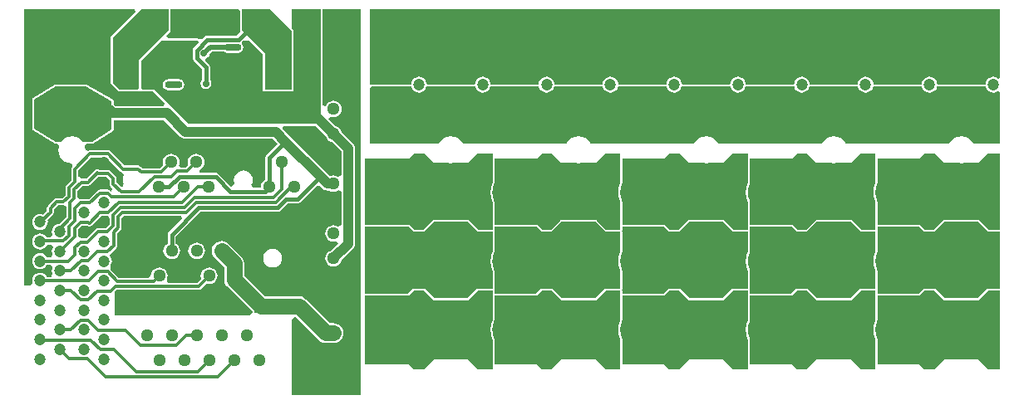
<source format=gbl>
G04 Layer_Physical_Order=2*
G04 Layer_Color=16711680*
%FSLAX24Y24*%
%MOIN*%
G70*
G01*
G75*
%ADD14C,0.0118*%
%ADD15C,0.0394*%
%ADD16C,0.0157*%
%ADD17C,0.0197*%
%ADD18R,0.0532X0.0532*%
%ADD19C,0.0532*%
%ADD20C,0.0945*%
%ADD21R,0.0532X0.0532*%
%ADD22C,0.1654*%
%ADD23C,0.0512*%
%ADD24C,0.0472*%
%ADD25C,0.0394*%
%ADD26C,0.0276*%
%ADD27O,0.0701X0.0283*%
%ADD28R,0.0701X0.0283*%
%ADD29R,0.1575X0.1811*%
%ADD30C,0.0630*%
G36*
X3541Y7211D02*
Y6990D01*
X3384Y6833D01*
X3071D01*
X3017Y6823D01*
X2972Y6792D01*
X2599Y6420D01*
X2392D01*
X2333Y6462D01*
X2286Y6524D01*
Y6790D01*
X2423Y6926D01*
X2627D01*
X2641Y6917D01*
X2694Y6907D01*
X2739D01*
X2793Y6917D01*
X2838Y6948D01*
X3210Y7320D01*
X3481D01*
X3541Y7211D01*
D02*
G37*
G36*
X38780Y6693D02*
X39250D01*
Y4411D01*
X38780D01*
X38749Y4405D01*
X38723Y4387D01*
X38723Y4387D01*
X38353Y4017D01*
X37041D01*
X36671Y4387D01*
X36645Y4405D01*
X36614Y4411D01*
X36220D01*
X36220Y4411D01*
X36190Y4405D01*
X36164Y4387D01*
X35990Y4214D01*
X34332D01*
Y4331D01*
X34326Y4361D01*
X34320Y4371D01*
X34326Y4380D01*
X34332Y4411D01*
Y5138D01*
X34331Y5142D01*
X34332Y5146D01*
X34328Y5157D01*
X34326Y5168D01*
X34324Y5172D01*
X34323Y5176D01*
X34313Y5194D01*
X34265Y5350D01*
X34252Y5487D01*
Y5537D01*
X34265Y5674D01*
X34313Y5829D01*
X34323Y5848D01*
X34324Y5852D01*
X34326Y5855D01*
X34328Y5867D01*
X34332Y5878D01*
X34331Y5882D01*
X34332Y5886D01*
Y6693D01*
X34326Y6724D01*
X34320Y6733D01*
X34326Y6742D01*
X34332Y6773D01*
Y6890D01*
X36024D01*
X36220Y6693D01*
X36614D01*
X37008Y7087D01*
X38386D01*
X38780Y6693D01*
D02*
G37*
G36*
X33661D02*
X34252D01*
Y5886D01*
X34238Y5860D01*
X34186Y5689D01*
X34169Y5512D01*
X34186Y5334D01*
X34238Y5164D01*
X34252Y5138D01*
Y4411D01*
X33661D01*
X33661Y4411D01*
X33631Y4405D01*
X33605Y4387D01*
X33605Y4387D01*
X33234Y4017D01*
X31923D01*
X31553Y4387D01*
X31527Y4405D01*
X31496Y4411D01*
X31102D01*
X31102Y4411D01*
X31072Y4405D01*
X31046Y4387D01*
X30872Y4214D01*
X29214D01*
Y4331D01*
X29208Y4361D01*
X29202Y4371D01*
X29208Y4380D01*
X29214Y4411D01*
Y5138D01*
X29213Y5142D01*
X29214Y5146D01*
X29210Y5157D01*
X29208Y5168D01*
X29206Y5172D01*
X29205Y5176D01*
X29195Y5194D01*
X29147Y5350D01*
X29134Y5487D01*
Y5537D01*
X29147Y5674D01*
X29195Y5829D01*
X29205Y5848D01*
X29206Y5852D01*
X29208Y5855D01*
X29210Y5867D01*
X29214Y5878D01*
X29213Y5882D01*
X29214Y5886D01*
Y6693D01*
X29208Y6724D01*
X29202Y6733D01*
X29208Y6742D01*
X29214Y6773D01*
Y6890D01*
X30906D01*
X31102Y6693D01*
X31496D01*
X31890Y7087D01*
X33268D01*
X33661Y6693D01*
D02*
G37*
G36*
X3541Y8758D02*
Y8602D01*
X3551Y8549D01*
X3582Y8503D01*
X3645Y8440D01*
X3606Y8312D01*
X3599Y8310D01*
X3561Y8347D01*
X3516Y8378D01*
X3462Y8389D01*
X3152D01*
X3098Y8378D01*
X3053Y8347D01*
X2700Y7995D01*
X2365D01*
X2360Y7994D01*
X2336Y8002D01*
X2261Y8062D01*
X2247Y8083D01*
Y8325D01*
X2462Y8541D01*
X2675D01*
X2728Y8551D01*
X2774Y8582D01*
X3087Y8895D01*
X3404D01*
X3541Y8758D01*
D02*
G37*
G36*
X18898Y8642D02*
X18884Y8616D01*
X18832Y8445D01*
X18815Y8268D01*
X18832Y8090D01*
X18884Y7920D01*
X18898Y7894D01*
Y6773D01*
X18340D01*
X17970Y7143D01*
X17944Y7161D01*
X17913Y7167D01*
X16535D01*
X16505Y7161D01*
X16479Y7143D01*
X16479Y7143D01*
X16108Y6773D01*
X15781D01*
X15608Y6947D01*
X15582Y6964D01*
X15551Y6970D01*
X13780D01*
Y9646D01*
X15551D01*
X15748Y9843D01*
X16142D01*
X16535Y9449D01*
X17114D01*
X17224Y9434D01*
X17335Y9449D01*
X17913D01*
X18307Y9843D01*
X18898D01*
Y8642D01*
D02*
G37*
G36*
X12191Y10558D02*
X12194Y10535D01*
X12227Y10453D01*
X12281Y10383D01*
X12351Y10330D01*
X12432Y10296D01*
X12456Y10293D01*
X12832Y9916D01*
Y8951D01*
X12714Y8895D01*
X12688Y8914D01*
X12607Y8948D01*
X12520Y8960D01*
X12432Y8948D01*
X12374Y8924D01*
X12204Y9094D01*
X10787Y10512D01*
X10473Y10825D01*
X10522Y10943D01*
X11805D01*
X12191Y10558D01*
D02*
G37*
G36*
X3973Y9113D02*
X4018Y9083D01*
X4056Y9075D01*
X4091Y9022D01*
X4116Y8954D01*
X4084Y8877D01*
X4072Y8780D01*
X4084Y8682D01*
X4108Y8624D01*
X4074Y8527D01*
X4048Y8493D01*
X3998Y8484D01*
X3822Y8661D01*
Y8816D01*
X3811Y8870D01*
X3780Y8916D01*
X3561Y9135D01*
X3516Y9165D01*
X3462Y9176D01*
X3116D01*
X3102Y9185D01*
X3049Y9196D01*
X2995Y9185D01*
X2949Y9154D01*
X2616Y8822D01*
X2404D01*
X2298Y8892D01*
X2286Y8909D01*
Y9152D01*
X2817Y9682D01*
X3404D01*
X3973Y9113D01*
D02*
G37*
G36*
X28543Y6693D02*
X29134D01*
Y5886D01*
X29120Y5860D01*
X29068Y5689D01*
X29051Y5512D01*
X29068Y5334D01*
X29120Y5164D01*
X29134Y5138D01*
Y4411D01*
X28543D01*
X28513Y4405D01*
X28487Y4387D01*
X28487Y4387D01*
X28116Y4017D01*
X26805D01*
X26435Y4387D01*
X26409Y4405D01*
X26378Y4411D01*
X25984D01*
X25984Y4411D01*
X25954Y4405D01*
X25927Y4387D01*
X25754Y4214D01*
X24096D01*
Y4331D01*
X24090Y4361D01*
X24084Y4371D01*
X24090Y4380D01*
X24096Y4411D01*
Y5138D01*
X24095Y5142D01*
X24096Y5146D01*
X24092Y5157D01*
X24090Y5168D01*
X24088Y5172D01*
X24087Y5176D01*
X24076Y5194D01*
X24029Y5350D01*
X24016Y5487D01*
Y5537D01*
X24029Y5674D01*
X24076Y5829D01*
X24087Y5848D01*
X24088Y5852D01*
X24090Y5855D01*
X24092Y5867D01*
X24096Y5878D01*
X24095Y5882D01*
X24096Y5886D01*
Y6693D01*
X24090Y6724D01*
X24084Y6733D01*
X24090Y6742D01*
X24096Y6773D01*
Y6890D01*
X25787D01*
X25984Y6693D01*
X26378D01*
X26772Y7087D01*
X28150D01*
X28543Y6693D01*
D02*
G37*
G36*
X29134Y3130D02*
X29120Y3104D01*
X29068Y2933D01*
X29051Y2756D01*
X29068Y2578D01*
X29120Y2408D01*
X29134Y2382D01*
Y1181D01*
X28543D01*
X28150Y1575D01*
X26772D01*
X26378Y1181D01*
X25984D01*
X25787Y1378D01*
X24096D01*
Y2382D01*
X24095Y2386D01*
X24096Y2390D01*
X24092Y2401D01*
X24090Y2412D01*
X24088Y2416D01*
X24087Y2420D01*
X24076Y2439D01*
X24029Y2594D01*
X24016Y2731D01*
Y2781D01*
X24029Y2918D01*
X24076Y3073D01*
X24087Y3092D01*
X24088Y3096D01*
X24090Y3099D01*
X24092Y3111D01*
X24096Y3122D01*
X24095Y3126D01*
X24096Y3130D01*
Y4134D01*
X25787D01*
X25984Y4331D01*
X26378D01*
X26772Y3937D01*
X28150D01*
X28543Y4331D01*
X29134D01*
Y3130D01*
D02*
G37*
G36*
X24016Y3130D02*
X24002Y3104D01*
X23950Y2933D01*
X23933Y2756D01*
X23950Y2578D01*
X24002Y2408D01*
X24016Y2382D01*
Y1181D01*
X23425D01*
X23031Y1575D01*
X21654D01*
X21260Y1181D01*
X20866D01*
X20669Y1378D01*
X18978D01*
Y2382D01*
X18977Y2386D01*
X18978Y2390D01*
X18974Y2401D01*
X18972Y2412D01*
X18970Y2416D01*
X18968Y2420D01*
X18958Y2439D01*
X18911Y2594D01*
X18898Y2731D01*
Y2781D01*
X18911Y2918D01*
X18958Y3073D01*
X18968Y3092D01*
X18970Y3096D01*
X18972Y3099D01*
X18974Y3111D01*
X18978Y3122D01*
X18977Y3126D01*
X18978Y3130D01*
Y4134D01*
X20669D01*
X20866Y4331D01*
X21260D01*
X21654Y3937D01*
X23031D01*
X23425Y4331D01*
X24016D01*
Y3130D01*
D02*
G37*
G36*
X18898D02*
X18884Y3104D01*
X18832Y2933D01*
X18815Y2756D01*
X18832Y2578D01*
X18884Y2408D01*
X18898Y2382D01*
Y1181D01*
X18307D01*
X17913Y1575D01*
X16535D01*
X16142Y1181D01*
X15748D01*
X15551Y1378D01*
X13780D01*
Y4134D01*
X15551D01*
X15748Y4331D01*
X16142D01*
X16535Y3937D01*
X17913D01*
X18307Y4331D01*
X18898D01*
Y3130D01*
D02*
G37*
G36*
X34252Y3130D02*
X34238Y3104D01*
X34186Y2933D01*
X34169Y2756D01*
X34186Y2578D01*
X34238Y2408D01*
X34252Y2382D01*
Y1181D01*
X33661D01*
X33268Y1575D01*
X31890D01*
X31496Y1181D01*
X31102D01*
X30906Y1378D01*
X29214D01*
Y2382D01*
X29213Y2386D01*
X29214Y2390D01*
X29210Y2401D01*
X29208Y2412D01*
X29206Y2416D01*
X29205Y2420D01*
X29195Y2439D01*
X29147Y2594D01*
X29134Y2731D01*
Y2781D01*
X29147Y2918D01*
X29195Y3073D01*
X29205Y3092D01*
X29206Y3096D01*
X29208Y3099D01*
X29210Y3111D01*
X29214Y3122D01*
X29213Y3126D01*
X29214Y3130D01*
Y4134D01*
X30906D01*
X31102Y4331D01*
X31496D01*
X31890Y3937D01*
X33268D01*
X33661Y4331D01*
X34252D01*
Y3130D01*
D02*
G37*
G36*
X23425Y6693D02*
X24016D01*
Y5886D01*
X24002Y5860D01*
X23950Y5689D01*
X23933Y5512D01*
X23950Y5334D01*
X24002Y5164D01*
X24016Y5138D01*
Y4411D01*
X23425D01*
X23394Y4405D01*
X23368Y4387D01*
X23368Y4387D01*
X22998Y4017D01*
X21687D01*
X21317Y4387D01*
X21291Y4405D01*
X21260Y4411D01*
X20866D01*
X20835Y4405D01*
X20809Y4387D01*
X20809Y4387D01*
X20636Y4214D01*
X18978D01*
Y4331D01*
X18972Y4361D01*
X18966Y4371D01*
X18972Y4380D01*
X18978Y4411D01*
Y5138D01*
X18977Y5142D01*
X18978Y5146D01*
X18974Y5157D01*
X18972Y5168D01*
X18970Y5172D01*
X18968Y5176D01*
X18958Y5194D01*
X18911Y5350D01*
X18898Y5487D01*
Y5537D01*
X18911Y5674D01*
X18958Y5829D01*
X18968Y5848D01*
X18970Y5852D01*
X18972Y5855D01*
X18974Y5867D01*
X18978Y5878D01*
X18977Y5882D01*
X18978Y5886D01*
Y6693D01*
X18972Y6724D01*
X18966Y6733D01*
X18972Y6742D01*
X18978Y6773D01*
Y6890D01*
X20669D01*
X20866Y6693D01*
X21260D01*
X21654Y7087D01*
X23031D01*
X23425Y6693D01*
D02*
G37*
G36*
X18307D02*
X18898D01*
Y5886D01*
X18884Y5860D01*
X18832Y5689D01*
X18815Y5512D01*
X18832Y5334D01*
X18884Y5164D01*
X18898Y5138D01*
Y4411D01*
X18307D01*
X18276Y4405D01*
X18250Y4387D01*
X18250Y4387D01*
X17880Y4017D01*
X16569D01*
X16199Y4387D01*
X16172Y4405D01*
X16142Y4411D01*
X15748D01*
X15748Y4411D01*
X15717Y4405D01*
X15691Y4387D01*
X15518Y4214D01*
X13780D01*
Y6890D01*
X15551D01*
X15748Y6693D01*
X16142D01*
X16535Y7087D01*
X17913D01*
X18307Y6693D01*
D02*
G37*
G36*
X39250Y1181D02*
X38780D01*
X38386Y1575D01*
X37008D01*
X36614Y1181D01*
X36220D01*
X36024Y1378D01*
X34332D01*
Y2382D01*
X34331Y2386D01*
X34332Y2390D01*
X34328Y2401D01*
X34326Y2412D01*
X34324Y2416D01*
X34323Y2420D01*
X34313Y2439D01*
X34265Y2594D01*
X34252Y2731D01*
Y2781D01*
X34265Y2918D01*
X34313Y3073D01*
X34323Y3092D01*
X34324Y3096D01*
X34326Y3099D01*
X34328Y3111D01*
X34332Y3122D01*
X34331Y3126D01*
X34332Y3130D01*
Y4134D01*
X36024D01*
X36220Y4331D01*
X36614D01*
X37008Y3937D01*
X38386D01*
X38780Y4331D01*
X39250D01*
Y1181D01*
D02*
G37*
G36*
X12008Y11024D02*
X6693D01*
X5315Y12402D01*
X4869D01*
X4805Y12457D01*
X4805Y13549D01*
X5625Y14370D01*
X7087D01*
X7117Y14297D01*
X6914Y14094D01*
X6879Y14042D01*
X6867Y13981D01*
X6867Y13981D01*
Y13681D01*
X6867Y13681D01*
X6879Y13620D01*
X6914Y13568D01*
X7241Y13241D01*
Y12787D01*
X7198Y12722D01*
X7181Y12638D01*
X7198Y12553D01*
X7245Y12482D01*
X7317Y12434D01*
X7402Y12417D01*
X7486Y12434D01*
X7558Y12482D01*
X7606Y12553D01*
X7622Y12638D01*
X7606Y12722D01*
X7562Y12787D01*
Y13307D01*
X7550Y13369D01*
X7515Y13421D01*
X7515Y13421D01*
X7369Y13566D01*
X7395Y13652D01*
X7407Y13654D01*
X7479Y13702D01*
X7527Y13774D01*
X7535Y13815D01*
X7638Y13918D01*
X8129D01*
X8170Y13891D01*
X8256Y13874D01*
X8673D01*
X8759Y13891D01*
X8832Y13939D01*
X8881Y14012D01*
X8898Y14098D01*
X8881Y14184D01*
X8853Y14227D01*
X8833Y14262D01*
X8855Y14337D01*
X8888Y14370D01*
X9138D01*
X9683Y13825D01*
Y12402D01*
X9690Y12371D01*
X9707Y12345D01*
X9733Y12327D01*
X9764Y12321D01*
X10827D01*
X10857Y12327D01*
X10884Y12345D01*
X10901Y12371D01*
X10907Y12402D01*
Y14764D01*
X10907Y14764D01*
X10901Y14794D01*
X10884Y14821D01*
X10884Y14821D01*
X10827Y14877D01*
Y15628D01*
X12008D01*
Y11024D01*
D02*
G37*
G36*
X38659Y12518D02*
X38670Y12516D01*
X38701Y12440D01*
X38752Y12374D01*
X38818Y12323D01*
X38894Y12292D01*
X38976Y12281D01*
X39059Y12292D01*
X39135Y12323D01*
X39171Y12351D01*
X39250Y12313D01*
Y10236D01*
X38177D01*
X38170Y10253D01*
X38083Y10366D01*
X37970Y10453D01*
X37838Y10508D01*
X37697Y10526D01*
X37556Y10508D01*
X37424Y10453D01*
X37311Y10366D01*
X37224Y10253D01*
X37217Y10236D01*
X33059D01*
X33052Y10253D01*
X32965Y10366D01*
X32852Y10453D01*
X32720Y10508D01*
X32579Y10526D01*
X32437Y10508D01*
X32306Y10453D01*
X32193Y10366D01*
X32106Y10253D01*
X32099Y10236D01*
X27941D01*
X27933Y10253D01*
X27847Y10366D01*
X27734Y10453D01*
X27602Y10508D01*
X27461Y10526D01*
X27319Y10508D01*
X27188Y10453D01*
X27075Y10366D01*
X26988Y10253D01*
X26981Y10236D01*
X22822D01*
X22815Y10253D01*
X22729Y10366D01*
X22616Y10453D01*
X22484Y10508D01*
X22343Y10526D01*
X22201Y10508D01*
X22070Y10453D01*
X21956Y10366D01*
X21870Y10253D01*
X21863Y10236D01*
X17704D01*
X17697Y10253D01*
X17610Y10366D01*
X17497Y10453D01*
X17366Y10508D01*
X17224Y10526D01*
X17083Y10508D01*
X16951Y10453D01*
X16838Y10366D01*
X16752Y10253D01*
X16744Y10236D01*
X13976D01*
Y12462D01*
X14032Y12518D01*
X15627D01*
X15638Y12516D01*
X15670Y12440D01*
X15720Y12374D01*
X15786Y12323D01*
X15863Y12292D01*
X15945Y12281D01*
X16027Y12292D01*
X16104Y12323D01*
X16170Y12374D01*
X16220Y12440D01*
X16252Y12516D01*
X16263Y12518D01*
X18186D01*
X18197Y12516D01*
X18229Y12440D01*
X18279Y12374D01*
X18345Y12323D01*
X18422Y12292D01*
X18504Y12281D01*
X18586Y12292D01*
X18663Y12323D01*
X18729Y12374D01*
X18779Y12440D01*
X18811Y12516D01*
X18822Y12518D01*
X20745D01*
X20756Y12516D01*
X20788Y12440D01*
X20838Y12374D01*
X20904Y12323D01*
X20981Y12292D01*
X21063Y12281D01*
X21145Y12292D01*
X21222Y12323D01*
X21288Y12374D01*
X21338Y12440D01*
X21370Y12516D01*
X21381Y12518D01*
X23304D01*
X23315Y12516D01*
X23347Y12440D01*
X23397Y12374D01*
X23463Y12323D01*
X23540Y12292D01*
X23622Y12281D01*
X23704Y12292D01*
X23781Y12323D01*
X23847Y12374D01*
X23897Y12440D01*
X23929Y12516D01*
X23940Y12518D01*
X25863D01*
X25874Y12516D01*
X25906Y12440D01*
X25956Y12374D01*
X26022Y12323D01*
X26099Y12292D01*
X26181Y12281D01*
X26263Y12292D01*
X26340Y12323D01*
X26406Y12374D01*
X26456Y12440D01*
X26488Y12516D01*
X26499Y12518D01*
X28422D01*
X28433Y12516D01*
X28465Y12440D01*
X28516Y12374D01*
X28581Y12323D01*
X28658Y12292D01*
X28740Y12281D01*
X28822Y12292D01*
X28899Y12323D01*
X28965Y12374D01*
X29015Y12440D01*
X29047Y12516D01*
X29058Y12518D01*
X30982D01*
X30992Y12516D01*
X31024Y12440D01*
X31075Y12374D01*
X31140Y12323D01*
X31217Y12292D01*
X31299Y12281D01*
X31381Y12292D01*
X31458Y12323D01*
X31524Y12374D01*
X31574Y12440D01*
X31606Y12516D01*
X31617Y12518D01*
X33541D01*
X33551Y12516D01*
X33583Y12440D01*
X33634Y12374D01*
X33699Y12323D01*
X33776Y12292D01*
X33858Y12281D01*
X33940Y12292D01*
X34017Y12323D01*
X34083Y12374D01*
X34133Y12440D01*
X34165Y12516D01*
X34176Y12518D01*
X36100D01*
X36110Y12516D01*
X36142Y12440D01*
X36193Y12374D01*
X36258Y12323D01*
X36335Y12292D01*
X36417Y12281D01*
X36500Y12292D01*
X36576Y12323D01*
X36642Y12374D01*
X36692Y12440D01*
X36724Y12516D01*
X36735Y12518D01*
X38659D01*
D02*
G37*
G36*
X4578Y15518D02*
X3605Y14545D01*
X3587Y14519D01*
X3581Y14488D01*
Y12677D01*
X3581Y12677D01*
X3587Y12646D01*
X3605Y12620D01*
X3605Y12620D01*
X3880Y12345D01*
X3906Y12327D01*
X3937Y12321D01*
X4669D01*
X4669Y12321D01*
X4699Y12327D01*
X4726Y12345D01*
X4834Y12331D01*
X4839Y12327D01*
X4842Y12327D01*
X4844Y12325D01*
X4857Y12324D01*
X4869Y12321D01*
X5282D01*
X5750Y11853D01*
X5701Y11735D01*
X3777D01*
X3702Y11809D01*
Y11929D01*
X3700Y11940D01*
X3699Y11951D01*
X3697Y11955D01*
X3696Y11960D01*
X3690Y11969D01*
X3685Y11979D01*
X3681Y11982D01*
X3679Y11986D01*
X3670Y11992D01*
X3661Y11999D01*
X2598Y12590D01*
X2594Y12591D01*
X2590Y12594D01*
X2579Y12596D01*
X2568Y12599D01*
X2564Y12599D01*
X2559Y12600D01*
X1378D01*
X1372Y12599D01*
X1367Y12599D01*
X1357Y12596D01*
X1347Y12594D01*
X1342Y12591D01*
X1337Y12589D01*
X471Y12077D01*
X463Y12070D01*
X455Y12065D01*
X452Y12060D01*
X448Y12056D01*
X443Y12047D01*
X438Y12039D01*
X437Y12033D01*
X434Y12028D01*
X433Y12018D01*
X432Y12008D01*
Y11820D01*
X430Y11811D01*
X432Y11802D01*
Y11033D01*
X430Y11024D01*
X432Y11015D01*
Y10827D01*
X433Y10817D01*
X434Y10807D01*
X437Y10802D01*
X438Y10796D01*
X443Y10788D01*
X448Y10779D01*
X452Y10775D01*
X455Y10770D01*
X463Y10764D01*
X471Y10758D01*
X1337Y10244D01*
X1342Y10242D01*
X1347Y10239D01*
X1357Y10237D01*
X1367Y10234D01*
X1372Y10234D01*
X1378Y10233D01*
X1440D01*
X1498Y10146D01*
X1499Y10115D01*
X1482Y9980D01*
X1500Y9839D01*
X1555Y9707D01*
X1641Y9594D01*
X1755Y9507D01*
X1886Y9453D01*
X2007Y9437D01*
X2041Y9381D01*
X2056Y9319D01*
X2046Y9309D01*
X2016Y9264D01*
X2005Y9210D01*
Y8759D01*
X1810Y8564D01*
X1780Y8519D01*
X1769Y8465D01*
Y8171D01*
X1632Y8034D01*
X1420D01*
X1366Y8023D01*
X1321Y7993D01*
X1062Y7735D01*
X1032Y7689D01*
X1021Y7635D01*
Y7519D01*
X876Y7374D01*
X830Y7393D01*
X748Y7404D01*
X666Y7393D01*
X589Y7362D01*
X523Y7311D01*
X473Y7245D01*
X441Y7169D01*
X430Y7087D01*
X441Y7004D01*
X473Y6928D01*
X523Y6862D01*
X589Y6812D01*
X666Y6780D01*
X748Y6769D01*
X830Y6780D01*
X907Y6812D01*
X973Y6862D01*
X1023Y6928D01*
X1055Y7004D01*
X1066Y7087D01*
X1056Y7157D01*
X1261Y7361D01*
X1291Y7407D01*
X1302Y7461D01*
Y7577D01*
X1478Y7753D01*
X1690D01*
X1797Y7683D01*
X1808Y7665D01*
Y7285D01*
X1533Y7010D01*
X1453Y7000D01*
X1377Y6968D01*
X1311Y6918D01*
X1260Y6852D01*
X1229Y6775D01*
X1218Y6693D01*
X1229Y6611D01*
X1242Y6578D01*
X1190Y6476D01*
X1169Y6459D01*
X1022D01*
X973Y6524D01*
X907Y6574D01*
X830Y6606D01*
X748Y6617D01*
X666Y6606D01*
X589Y6574D01*
X523Y6524D01*
X473Y6458D01*
X441Y6381D01*
X430Y6299D01*
X441Y6217D01*
X473Y6140D01*
X523Y6075D01*
X589Y6024D01*
X666Y5992D01*
X748Y5982D01*
X830Y5992D01*
X907Y6024D01*
X973Y6075D01*
X1023Y6140D01*
X1039Y6178D01*
X1199D01*
X1260Y6064D01*
X1229Y5988D01*
X1218Y5906D01*
X1229Y5823D01*
X1250Y5770D01*
X1219Y5695D01*
X1184Y5652D01*
X1031D01*
X1023Y5671D01*
X973Y5736D01*
X907Y5787D01*
X830Y5819D01*
X748Y5829D01*
X666Y5819D01*
X589Y5787D01*
X523Y5736D01*
X473Y5671D01*
X441Y5594D01*
X430Y5512D01*
X441Y5430D01*
X473Y5353D01*
X523Y5287D01*
X589Y5237D01*
X666Y5205D01*
X748Y5194D01*
X830Y5205D01*
X907Y5237D01*
X973Y5287D01*
X1023Y5353D01*
X1031Y5371D01*
X1184D01*
X1219Y5329D01*
X1250Y5253D01*
X1229Y5200D01*
X1218Y5118D01*
X1229Y5036D01*
X1250Y4983D01*
X1219Y4908D01*
X1184Y4865D01*
X1031D01*
X1023Y4883D01*
X973Y4949D01*
X907Y5000D01*
X830Y5031D01*
X748Y5042D01*
X666Y5031D01*
X589Y5000D01*
X523Y4949D01*
X473Y4883D01*
X441Y4807D01*
X430Y4724D01*
X441Y4646D01*
X441Y4642D01*
X361Y4528D01*
X120D01*
Y15628D01*
X4533D01*
X4578Y15518D01*
D02*
G37*
G36*
X5906Y14764D02*
X4724Y13583D01*
X4724Y12457D01*
X4669Y12402D01*
X3937D01*
X3661Y12677D01*
Y14488D01*
X4801Y15628D01*
X5906D01*
Y14764D01*
D02*
G37*
G36*
X8778Y15544D02*
X8778Y14764D01*
X8778Y14764D01*
X8784Y14733D01*
X8789Y14725D01*
X8634Y14570D01*
X7456D01*
X7395Y14558D01*
X7343Y14523D01*
X7343Y14523D01*
X7264Y14444D01*
X7144Y14427D01*
X7118Y14444D01*
X7087Y14450D01*
X5860D01*
X5815Y14559D01*
X5962Y14707D01*
X5980Y14733D01*
X5986Y14764D01*
Y15628D01*
X8694D01*
X8778Y15544D01*
D02*
G37*
G36*
X39250Y12884D02*
X39171Y12846D01*
X39135Y12874D01*
X39059Y12905D01*
X38976Y12916D01*
X38894Y12905D01*
X38818Y12874D01*
X38752Y12823D01*
X38701Y12757D01*
X38670Y12681D01*
X38659Y12598D01*
X36735D01*
X36724Y12681D01*
X36692Y12757D01*
X36642Y12823D01*
X36576Y12874D01*
X36500Y12905D01*
X36417Y12916D01*
X36335Y12905D01*
X36258Y12874D01*
X36193Y12823D01*
X36142Y12757D01*
X36110Y12681D01*
X36100Y12598D01*
X34176D01*
X34165Y12681D01*
X34133Y12757D01*
X34083Y12823D01*
X34017Y12874D01*
X33940Y12905D01*
X33858Y12916D01*
X33776Y12905D01*
X33699Y12874D01*
X33634Y12823D01*
X33583Y12757D01*
X33551Y12681D01*
X33541Y12598D01*
X31617D01*
X31606Y12681D01*
X31574Y12757D01*
X31524Y12823D01*
X31458Y12874D01*
X31381Y12905D01*
X31299Y12916D01*
X31217Y12905D01*
X31140Y12874D01*
X31075Y12823D01*
X31024Y12757D01*
X30992Y12681D01*
X30982Y12598D01*
X29058D01*
X29047Y12681D01*
X29015Y12757D01*
X28965Y12823D01*
X28899Y12874D01*
X28822Y12905D01*
X28740Y12916D01*
X28658Y12905D01*
X28581Y12874D01*
X28516Y12823D01*
X28465Y12757D01*
X28433Y12681D01*
X28422Y12598D01*
X26499D01*
X26488Y12681D01*
X26456Y12757D01*
X26406Y12823D01*
X26340Y12874D01*
X26263Y12905D01*
X26181Y12916D01*
X26099Y12905D01*
X26022Y12874D01*
X25956Y12823D01*
X25906Y12757D01*
X25874Y12681D01*
X25863Y12598D01*
X23940D01*
X23929Y12681D01*
X23897Y12757D01*
X23847Y12823D01*
X23781Y12874D01*
X23704Y12905D01*
X23622Y12916D01*
X23540Y12905D01*
X23463Y12874D01*
X23397Y12823D01*
X23347Y12757D01*
X23315Y12681D01*
X23304Y12598D01*
X21381D01*
X21370Y12681D01*
X21338Y12757D01*
X21288Y12823D01*
X21222Y12874D01*
X21145Y12905D01*
X21063Y12916D01*
X20981Y12905D01*
X20904Y12874D01*
X20838Y12823D01*
X20788Y12757D01*
X20756Y12681D01*
X20745Y12598D01*
X18822D01*
X18811Y12681D01*
X18779Y12757D01*
X18729Y12823D01*
X18663Y12874D01*
X18586Y12905D01*
X18504Y12916D01*
X18422Y12905D01*
X18345Y12874D01*
X18279Y12823D01*
X18229Y12757D01*
X18197Y12681D01*
X18186Y12598D01*
X16263D01*
X16252Y12681D01*
X16220Y12757D01*
X16170Y12823D01*
X16104Y12874D01*
X16027Y12905D01*
X15945Y12916D01*
X15863Y12905D01*
X15786Y12874D01*
X15720Y12823D01*
X15670Y12757D01*
X15638Y12681D01*
X15627Y12598D01*
X13976D01*
Y15628D01*
X39250D01*
Y12884D01*
D02*
G37*
G36*
X10827Y14764D02*
Y12402D01*
X9764D01*
Y13858D01*
X8858Y14764D01*
X8858Y15628D01*
X9963D01*
X10827Y14764D01*
D02*
G37*
G36*
X29134Y8642D02*
X29120Y8616D01*
X29068Y8445D01*
X29051Y8268D01*
X29068Y8090D01*
X29120Y7920D01*
X29134Y7894D01*
Y6773D01*
X28577D01*
X28206Y7143D01*
X28180Y7161D01*
X28150Y7167D01*
X26772D01*
X26741Y7161D01*
X26715Y7143D01*
X26715Y7143D01*
X26345Y6773D01*
X26018D01*
X25844Y6947D01*
X25818Y6964D01*
X25787Y6970D01*
X24096D01*
Y7894D01*
X24095Y7897D01*
X24096Y7901D01*
X24092Y7913D01*
X24090Y7924D01*
X24088Y7928D01*
X24087Y7931D01*
X24076Y7950D01*
X24029Y8106D01*
X24016Y8243D01*
Y8293D01*
X24029Y8429D01*
X24076Y8585D01*
X24087Y8604D01*
X24088Y8608D01*
X24090Y8611D01*
X24092Y8623D01*
X24096Y8634D01*
X24095Y8638D01*
X24096Y8642D01*
Y9646D01*
X25787D01*
X25984Y9843D01*
X26378D01*
X26772Y9449D01*
X27350D01*
X27461Y9434D01*
X27571Y9449D01*
X28150D01*
X28543Y9843D01*
X29134D01*
Y8642D01*
D02*
G37*
G36*
X34252Y8642D02*
X34238Y8616D01*
X34186Y8445D01*
X34169Y8268D01*
X34186Y8090D01*
X34238Y7920D01*
X34252Y7894D01*
Y6773D01*
X33695D01*
X33324Y7143D01*
X33298Y7161D01*
X33268Y7167D01*
X31890D01*
X31859Y7161D01*
X31833Y7143D01*
X31833Y7143D01*
X31463Y6773D01*
X31136D01*
X30962Y6947D01*
X30936Y6964D01*
X30906Y6970D01*
X29214D01*
Y7894D01*
X29213Y7897D01*
X29214Y7901D01*
X29210Y7913D01*
X29208Y7924D01*
X29206Y7928D01*
X29205Y7931D01*
X29195Y7950D01*
X29147Y8106D01*
X29134Y8243D01*
Y8293D01*
X29147Y8429D01*
X29195Y8585D01*
X29205Y8604D01*
X29206Y8608D01*
X29208Y8611D01*
X29210Y8623D01*
X29214Y8634D01*
X29213Y8638D01*
X29214Y8642D01*
Y9646D01*
X30906D01*
X31102Y9843D01*
X31496D01*
X31890Y9449D01*
X32469D01*
X32579Y9434D01*
X32689Y9449D01*
X33268D01*
X33661Y9843D01*
X34252D01*
Y8642D01*
D02*
G37*
G36*
X39250Y6773D02*
X38813D01*
X38443Y7143D01*
X38417Y7161D01*
X38386Y7167D01*
X37008D01*
X36977Y7161D01*
X36951Y7143D01*
X36951Y7143D01*
X36581Y6773D01*
X36254D01*
X36080Y6947D01*
X36054Y6964D01*
X36024Y6970D01*
X34332D01*
Y7894D01*
X34331Y7897D01*
X34332Y7901D01*
X34328Y7913D01*
X34326Y7924D01*
X34324Y7928D01*
X34323Y7931D01*
X34313Y7950D01*
X34265Y8106D01*
X34252Y8243D01*
Y8293D01*
X34265Y8429D01*
X34313Y8585D01*
X34323Y8604D01*
X34324Y8608D01*
X34326Y8611D01*
X34328Y8623D01*
X34332Y8634D01*
X34331Y8638D01*
X34332Y8642D01*
Y9646D01*
X36024D01*
X36220Y9843D01*
X36614D01*
X37008Y9449D01*
X37587D01*
X37697Y9434D01*
X37807Y9449D01*
X38386D01*
X38780Y9843D01*
X39250D01*
Y6773D01*
D02*
G37*
G36*
X24016Y8642D02*
X24002Y8616D01*
X23950Y8445D01*
X23933Y8268D01*
X23950Y8090D01*
X24002Y7920D01*
X24016Y7894D01*
Y6773D01*
X23458D01*
X23088Y7143D01*
X23062Y7161D01*
X23031Y7167D01*
X21654D01*
X21654Y7167D01*
X21623Y7161D01*
X21597Y7143D01*
X21597Y7143D01*
X21227Y6773D01*
X20899D01*
X20726Y6947D01*
X20700Y6964D01*
X20669Y6970D01*
X18978D01*
Y7894D01*
X18977Y7897D01*
X18978Y7901D01*
X18974Y7913D01*
X18972Y7924D01*
X18970Y7928D01*
X18968Y7931D01*
X18958Y7950D01*
X18911Y8106D01*
X18898Y8243D01*
Y8293D01*
X18911Y8429D01*
X18958Y8585D01*
X18968Y8604D01*
X18970Y8608D01*
X18972Y8611D01*
X18974Y8623D01*
X18978Y8634D01*
X18977Y8638D01*
X18978Y8642D01*
Y9646D01*
X20669D01*
X20866Y9843D01*
X21260D01*
X21654Y9449D01*
X22232D01*
X22343Y9434D01*
X22453Y9449D01*
X23031D01*
X23425Y9843D01*
X24016D01*
Y8642D01*
D02*
G37*
G36*
X13622Y120D02*
X10827D01*
X10827Y3169D01*
X10925Y3268D01*
X11013D01*
X11940Y2341D01*
X12022Y2278D01*
X12118Y2238D01*
X12220Y2225D01*
X12520D01*
X12622Y2238D01*
X12718Y2278D01*
X12800Y2341D01*
X12864Y2423D01*
X12903Y2519D01*
X12917Y2622D01*
X12903Y2725D01*
X12864Y2821D01*
X12800Y2903D01*
X12718Y2966D01*
X12622Y3006D01*
X12520Y3019D01*
X12385D01*
X11423Y3982D01*
X11340Y4045D01*
X11245Y4084D01*
X11142Y4098D01*
X9771D01*
X8925Y4944D01*
Y5421D01*
X8911Y5524D01*
X8871Y5620D01*
X8808Y5702D01*
X8308Y6202D01*
X8226Y6265D01*
X8130Y6305D01*
X8028Y6318D01*
X7925Y6305D01*
X7829Y6265D01*
X7747Y6202D01*
X7684Y6120D01*
X7644Y6024D01*
X7630Y5921D01*
X7644Y5818D01*
X7684Y5723D01*
X7747Y5640D01*
X8130Y5257D01*
Y4780D01*
X8144Y4677D01*
X8184Y4581D01*
X8247Y4499D01*
X9262Y3484D01*
Y3465D01*
X9148Y3346D01*
X3740Y3346D01*
Y4290D01*
X3818Y4367D01*
X7114D01*
X7168Y4378D01*
X7213Y4408D01*
X7412Y4607D01*
X7440Y4595D01*
X7528Y4584D01*
X7615Y4595D01*
X7696Y4629D01*
X7766Y4683D01*
X7820Y4752D01*
X7854Y4834D01*
X7865Y4921D01*
X7854Y5009D01*
X7820Y5090D01*
X7766Y5160D01*
X7696Y5214D01*
X7615Y5247D01*
X7528Y5259D01*
X7440Y5247D01*
X7359Y5214D01*
X7289Y5160D01*
X7235Y5090D01*
X7202Y5009D01*
X7190Y4921D01*
X7202Y4834D01*
X7213Y4806D01*
X7056Y4648D01*
X5889D01*
X5845Y4714D01*
X5826Y4766D01*
X5854Y4834D01*
X5865Y4921D01*
X5854Y5009D01*
X5820Y5090D01*
X5766Y5160D01*
X5696Y5214D01*
X5615Y5247D01*
X5528Y5259D01*
X5440Y5247D01*
X5359Y5214D01*
X5289Y5160D01*
X5235Y5090D01*
X5202Y5009D01*
X5190Y4921D01*
X5123Y4845D01*
X3914D01*
X3582Y5177D01*
X3562Y5221D01*
X3564Y5330D01*
X3582Y5353D01*
X3614Y5430D01*
X3625Y5512D01*
X3614Y5594D01*
X3582Y5671D01*
X3551Y5767D01*
X3595Y5837D01*
X3800Y6042D01*
X3831Y6088D01*
X3841Y6142D01*
Y6615D01*
X3977Y6751D01*
X4008Y6796D01*
X4018Y6850D01*
Y7242D01*
X4116Y7340D01*
X6407D01*
X6452Y7231D01*
X5914Y6692D01*
X5879Y6640D01*
X5867Y6579D01*
X5867Y6579D01*
Y6217D01*
X5859Y6214D01*
X5789Y6160D01*
X5735Y6090D01*
X5702Y6009D01*
X5690Y5921D01*
X5702Y5834D01*
X5735Y5752D01*
X5789Y5683D01*
X5859Y5629D01*
X5940Y5595D01*
X6028Y5584D01*
X6115Y5595D01*
X6196Y5629D01*
X6266Y5683D01*
X6320Y5752D01*
X6354Y5834D01*
X6365Y5921D01*
X6354Y6009D01*
X6320Y6090D01*
X6266Y6160D01*
X6196Y6214D01*
X6188Y6217D01*
Y6512D01*
X7173Y7497D01*
X10287D01*
X10287Y7497D01*
X10348Y7509D01*
X10400Y7544D01*
X10688Y7832D01*
X11063D01*
X11063Y7832D01*
X11124Y7844D01*
X11177Y7879D01*
X11846Y8548D01*
X11964D01*
X12087Y8425D01*
X12144Y8381D01*
X12212Y8354D01*
X12283Y8344D01*
X12332D01*
X12351Y8330D01*
X12432Y8296D01*
X12520Y8285D01*
X12607Y8296D01*
X12688Y8330D01*
X12714Y8349D01*
X12832Y8293D01*
Y6951D01*
X12714Y6895D01*
X12688Y6914D01*
X12607Y6948D01*
X12520Y6960D01*
X12432Y6948D01*
X12351Y6914D01*
X12281Y6861D01*
X12227Y6791D01*
X12194Y6709D01*
X12182Y6622D01*
X12194Y6535D01*
X12227Y6453D01*
X12281Y6383D01*
X12351Y6330D01*
X12432Y6296D01*
X12520Y6285D01*
X12607Y6296D01*
X12652Y6315D01*
X12719Y6215D01*
X12456Y5951D01*
X12432Y5948D01*
X12351Y5914D01*
X12281Y5861D01*
X12227Y5791D01*
X12194Y5709D01*
X12182Y5622D01*
X12194Y5535D01*
X12227Y5453D01*
X12281Y5383D01*
X12351Y5330D01*
X12432Y5296D01*
X12520Y5285D01*
X12607Y5296D01*
X12688Y5330D01*
X12758Y5383D01*
X12812Y5453D01*
X12846Y5535D01*
X12849Y5558D01*
X13307Y6016D01*
X13351Y6074D01*
X13379Y6141D01*
X13388Y6213D01*
Y10031D01*
X13379Y10103D01*
X13351Y10170D01*
X13307Y10228D01*
X12849Y10686D01*
X12846Y10709D01*
X12812Y10791D01*
X12758Y10861D01*
X12688Y10914D01*
X12607Y10948D01*
X12584Y10951D01*
X12320Y11215D01*
X12387Y11315D01*
X12432Y11296D01*
X12520Y11285D01*
X12607Y11296D01*
X12688Y11330D01*
X12758Y11383D01*
X12812Y11453D01*
X12846Y11535D01*
X12857Y11622D01*
X12846Y11709D01*
X12812Y11791D01*
X12758Y11861D01*
X12688Y11914D01*
X12607Y11948D01*
X12520Y11960D01*
X12432Y11948D01*
X12351Y11914D01*
X12281Y11861D01*
X12227Y11791D01*
X12206Y11740D01*
X12088Y11763D01*
Y15628D01*
X13622D01*
Y120D01*
D02*
G37*
G36*
X3622Y11929D02*
Y10787D01*
X2835Y10313D01*
X2454D01*
X2414Y10366D01*
X2301Y10453D01*
X2169Y10508D01*
X2028Y10526D01*
X1886Y10508D01*
X1755Y10453D01*
X1641Y10366D01*
X1601Y10313D01*
X1378D01*
X512Y10827D01*
Y12008D01*
X1378Y12520D01*
X2559D01*
X3622Y11929D01*
D02*
G37*
G36*
X6378Y10512D02*
X6436Y10468D01*
X6503Y10440D01*
X6575Y10431D01*
X10082D01*
X10280Y10232D01*
X9835Y9787D01*
X9800Y9735D01*
X9788Y9673D01*
X9788Y9673D01*
Y8784D01*
X9780Y8781D01*
X9710Y8727D01*
X9657Y8657D01*
X9623Y8576D01*
X9611Y8488D01*
X9593Y8468D01*
X9279D01*
X9220Y8586D01*
X9224Y8591D01*
X9262Y8682D01*
X9275Y8780D01*
X9262Y8877D01*
X9224Y8968D01*
X9164Y9046D01*
X9086Y9106D01*
X8995Y9144D01*
X8898Y9157D01*
X8800Y9144D01*
X8709Y9106D01*
X8631Y9046D01*
X8571Y8968D01*
X8533Y8877D01*
X8520Y8780D01*
X8533Y8682D01*
X8549Y8644D01*
X8489Y8531D01*
X8476Y8522D01*
X8410Y8514D01*
X7909Y9015D01*
X7857Y9050D01*
X7795Y9062D01*
X7795Y9062D01*
X7155D01*
X7131Y9180D01*
X7169Y9196D01*
X7239Y9250D01*
X7292Y9319D01*
X7326Y9401D01*
X7338Y9488D01*
X7326Y9576D01*
X7292Y9657D01*
X7239Y9727D01*
X7169Y9780D01*
X7087Y9814D01*
X7000Y9826D01*
X6913Y9814D01*
X6831Y9780D01*
X6761Y9727D01*
X6708Y9657D01*
X6674Y9576D01*
X6662Y9488D01*
X6674Y9401D01*
X6686Y9373D01*
X6572Y9259D01*
X6386D01*
X6316Y9377D01*
X6326Y9401D01*
X6338Y9488D01*
X6326Y9576D01*
X6292Y9657D01*
X6239Y9727D01*
X6169Y9780D01*
X6087Y9814D01*
X6000Y9826D01*
X5913Y9814D01*
X5831Y9780D01*
X5761Y9727D01*
X5708Y9657D01*
X5674Y9576D01*
X5662Y9488D01*
X5674Y9401D01*
X5686Y9373D01*
X5548Y9235D01*
X4861D01*
X4784Y9312D01*
X4739Y9342D01*
X4685Y9353D01*
X4130D01*
X3561Y9922D01*
X3516Y9953D01*
X3462Y9963D01*
X2758D01*
X2705Y9953D01*
X2688Y9941D01*
X2609Y9968D01*
X2605Y9971D01*
X2571Y10001D01*
X2556Y10115D01*
X2557Y10146D01*
X2615Y10233D01*
X2835D01*
X2841Y10234D01*
X2847Y10234D01*
X2856Y10237D01*
X2865Y10239D01*
X2870Y10243D01*
X2876Y10245D01*
X3663Y10719D01*
X3671Y10725D01*
X3679Y10731D01*
X3682Y10736D01*
X3687Y10740D01*
X3691Y10749D01*
X3696Y10757D01*
X3697Y10763D01*
X3700Y10768D01*
X3700Y10778D01*
X3702Y10787D01*
Y11179D01*
X5712D01*
X6378Y10512D01*
D02*
G37*
%LPC*%
G36*
X7028Y6259D02*
X6940Y6247D01*
X6859Y6214D01*
X6789Y6160D01*
X6735Y6090D01*
X6702Y6009D01*
X6690Y5921D01*
X6702Y5834D01*
X6735Y5752D01*
X6789Y5683D01*
X6859Y5629D01*
X6940Y5595D01*
X7028Y5584D01*
X7115Y5595D01*
X7196Y5629D01*
X7266Y5683D01*
X7320Y5752D01*
X7354Y5834D01*
X7365Y5921D01*
X7354Y6009D01*
X7320Y6090D01*
X7266Y6160D01*
X7196Y6214D01*
X7115Y6247D01*
X7028Y6259D01*
D02*
G37*
G36*
X10079Y6007D02*
X9981Y5994D01*
X9890Y5957D01*
X9812Y5897D01*
X9752Y5819D01*
X9714Y5728D01*
X9701Y5630D01*
X9714Y5532D01*
X9752Y5441D01*
X9812Y5363D01*
X9890Y5303D01*
X9981Y5266D01*
X10079Y5253D01*
X10176Y5266D01*
X10267Y5303D01*
X10345Y5363D01*
X10405Y5441D01*
X10443Y5532D01*
X10456Y5630D01*
X10443Y5728D01*
X10405Y5819D01*
X10345Y5897D01*
X10267Y5957D01*
X10176Y5994D01*
X10079Y6007D01*
D02*
G37*
G36*
X6311Y12819D02*
X5894D01*
X5808Y12802D01*
X5735Y12753D01*
X5686Y12681D01*
X5669Y12594D01*
X5686Y12508D01*
X5735Y12436D01*
X5808Y12387D01*
X5894Y12370D01*
X6311D01*
X6397Y12387D01*
X6470Y12436D01*
X6519Y12508D01*
X6536Y12594D01*
X6519Y12681D01*
X6470Y12753D01*
X6397Y12802D01*
X6311Y12819D01*
D02*
G37*
%LPD*%
D14*
X4606Y1063D02*
X7083D01*
X3720Y1949D02*
X4606Y1063D01*
X3169Y1949D02*
X3720D01*
X4058Y7480D02*
X6620D01*
X3878Y7300D02*
X4058Y7480D01*
X3878Y6850D02*
Y7300D01*
X3895Y7874D02*
X6457D01*
X3481Y7461D02*
X3895Y7874D01*
X3152Y7461D02*
X3481D01*
X3976Y7677D02*
X6538D01*
X3681Y7382D02*
X3976Y7677D01*
X3681Y6932D02*
Y7382D01*
X10449Y8404D02*
Y9488D01*
X10115Y8071D02*
X10449Y8404D01*
X6932Y8071D02*
X10115D01*
X10811Y8488D02*
X10949D01*
X10197Y7874D02*
X10811Y8488D01*
X7013Y7874D02*
X10197D01*
X6620Y7480D02*
X7013Y7874D01*
X3701Y6673D02*
X3878Y6850D01*
X3701Y6142D02*
Y6673D01*
X3445Y5886D02*
X3701Y6142D01*
X3029Y5886D02*
X3445D01*
X3442Y6693D02*
X3681Y6932D01*
X3071Y6693D02*
X3442D01*
X6538Y7677D02*
X6932Y8071D01*
X7071Y8488D02*
X7500D01*
X6457Y7874D02*
X7071Y8488D01*
X4803Y9094D02*
X5606D01*
X4685Y9213D02*
X4803Y9094D01*
X4072Y9213D02*
X4685D01*
X4723Y8291D02*
X5329Y8898D01*
X3992Y8291D02*
X4723D01*
X3681Y8602D02*
X3992Y8291D01*
X6106Y8094D02*
X6500Y8488D01*
X3462Y8248D02*
X3616Y8094D01*
X6106D01*
X3462Y9823D02*
X4072Y9213D01*
X2758Y9823D02*
X3462D01*
X2146Y9210D02*
X2758Y9823D01*
X5606Y9094D02*
X6000Y9488D01*
X6019Y8898D02*
X6239Y9118D01*
X5329Y8898D02*
X6019D01*
X3681Y8602D02*
Y8816D01*
X3462Y9035D02*
X3681Y8816D01*
X3068Y9035D02*
X3462D01*
X3049Y9055D02*
X3068Y9035D01*
X3091Y5098D02*
X3462D01*
X2717Y4724D02*
X3091Y5098D01*
X748Y4724D02*
X2717D01*
X5311Y4705D02*
X5528Y4921D01*
X3856Y4705D02*
X5311D01*
X3462Y5098D02*
X3856Y4705D01*
X3760Y4508D02*
X7114D01*
X3563Y4311D02*
X3760Y4508D01*
X3029Y4311D02*
X3563D01*
X2675Y3957D02*
X3029Y4311D01*
X6630Y9118D02*
X7000Y9488D01*
X6239Y9118D02*
X6630D01*
X2675Y5531D02*
X3029Y5886D01*
X2404Y5531D02*
X2675D01*
X1991Y5118D02*
X2404Y5531D01*
X1535Y5118D02*
X1991D01*
X2657Y6280D02*
X3071Y6693D01*
X2365Y6280D02*
X2657D01*
X2146Y6060D02*
X2365Y6280D01*
X2146Y5768D02*
Y6060D01*
X1890Y5512D02*
X2146Y5768D01*
X748Y5512D02*
X1890D01*
X2739Y7047D02*
X3152Y7461D01*
X2694Y7047D02*
X2739D01*
X2675Y7067D02*
X2694Y7047D01*
X2365Y7067D02*
X2675D01*
X2146Y6848D02*
X2365Y7067D01*
X2146Y6496D02*
Y6848D01*
X1555Y5906D02*
X2146Y6496D01*
X2758Y7854D02*
X3152Y8248D01*
X2365Y7854D02*
X2758D01*
X2146Y7635D02*
X2365Y7854D01*
X2146Y7146D02*
Y7635D01*
X1909Y6909D02*
X2146Y7146D01*
X1909Y6538D02*
Y6909D01*
X1690Y6319D02*
X1909Y6538D01*
X768Y6319D02*
X1690D01*
X2675Y8681D02*
X3049Y9055D01*
X2404Y8681D02*
X2675D01*
X2106Y8383D02*
X2404Y8681D01*
X2106Y8031D02*
Y8383D01*
X1949Y7874D02*
X2106Y8031D01*
X1949Y7227D02*
Y7874D01*
X1535Y6814D02*
X1949Y7227D01*
X2146Y8701D02*
Y9210D01*
X1909Y8465D02*
X2146Y8701D01*
X1909Y8113D02*
Y8465D01*
X1690Y7894D02*
X1909Y8113D01*
X1420Y7894D02*
X1690D01*
X1161Y7635D02*
X1420Y7894D01*
X1161Y7461D02*
Y7635D01*
X787Y7087D02*
X1161Y7461D01*
X7114Y4508D02*
X7528Y4921D01*
X2365Y3957D02*
X2675D01*
X1991Y4331D02*
X2365Y3957D01*
X1535Y4331D02*
X1991D01*
X748Y7087D02*
X787D01*
X1535Y6693D02*
Y6814D01*
X3152Y8248D02*
X3462D01*
X748Y6299D02*
X768Y6319D01*
X1535Y5906D02*
X1555D01*
X3386Y866D02*
X7886D01*
X2657Y1594D02*
X3386Y866D01*
X1909Y1594D02*
X2657D01*
X7886Y866D02*
X8539Y1520D01*
X7083Y1063D02*
X7539Y1520D01*
X2675Y3130D02*
X3068Y2736D01*
X2365Y3130D02*
X2675D01*
X1991Y2756D02*
X2365Y3130D01*
X2776Y2343D02*
X3169Y1949D01*
X768Y2343D02*
X2776D01*
X6596Y2520D02*
X7039D01*
X6202Y2126D02*
X6596Y2520D01*
X4786Y2126D02*
X6202D01*
X4175Y2736D02*
X4786Y2126D01*
X3068Y2736D02*
X4175D01*
X1535Y2756D02*
X1991D01*
X1535Y1969D02*
X1909Y1594D01*
X748Y2362D02*
X768Y2343D01*
D15*
X12008Y8898D02*
X12283Y8622D01*
X10591Y10315D02*
X12008Y8898D01*
X10197Y10709D02*
X10591Y10315D01*
X12283Y8622D02*
X12520D01*
X6575Y10709D02*
X10197D01*
X11181Y11961D02*
Y12559D01*
Y11961D02*
X12520Y10622D01*
X3307Y11811D02*
X3661Y11457D01*
X5827D01*
X6575Y10709D01*
X12520Y5622D02*
X13110Y6213D01*
Y10031D01*
X12520Y10622D02*
X13110Y10031D01*
D16*
X11968Y8898D02*
X12008D01*
X11063Y7992D02*
X11968Y8898D01*
X10621Y7992D02*
X11063D01*
X10287Y7657D02*
X10621Y7992D01*
X7106Y7657D02*
X10287D01*
X6028Y6579D02*
X7106Y7657D01*
X6028Y5921D02*
Y6579D01*
X9768Y8307D02*
X9949Y8488D01*
X8390Y8307D02*
X9768D01*
X7795Y8902D02*
X8390Y8307D01*
X6329Y8902D02*
X7795D01*
X9949Y9673D02*
X10591Y10315D01*
X9949Y8488D02*
Y9673D01*
X5915Y8488D02*
X6329Y8902D01*
X5500Y8488D02*
X5915D01*
X7028Y13981D02*
X7456Y14409D01*
X8701D01*
X7402Y12638D02*
Y13307D01*
X7028Y13681D02*
X7402Y13307D01*
X7028Y13681D02*
Y13981D01*
X8701Y14409D02*
X9449Y15157D01*
D17*
X6102Y12594D02*
X6102Y12594D01*
X7323Y13858D02*
X7563Y14098D01*
X8465D01*
D18*
X9606Y3701D02*
D03*
D19*
X7638Y3701D02*
D03*
X11181Y10591D02*
D03*
D20*
X11417Y15157D02*
D03*
X12795D02*
D03*
X5315D02*
D03*
X8071D02*
D03*
X9449D02*
D03*
X6693D02*
D03*
D21*
X11181Y12559D02*
D03*
D22*
X14606Y2756D02*
D03*
Y5512D02*
D03*
Y8268D02*
D03*
X19724Y2756D02*
D03*
Y5512D02*
D03*
X19724Y8268D02*
D03*
X24843Y2756D02*
D03*
Y5512D02*
D03*
Y8268D02*
D03*
X29961Y2756D02*
D03*
X29961Y5512D02*
D03*
X29961Y8268D02*
D03*
X35079Y2756D02*
D03*
Y5512D02*
D03*
Y8268D02*
D03*
D23*
X12520Y2622D02*
D03*
Y3622D02*
D03*
Y4622D02*
D03*
Y5622D02*
D03*
Y6622D02*
D03*
Y8622D02*
D03*
Y9622D02*
D03*
Y10622D02*
D03*
Y11622D02*
D03*
X7500Y8488D02*
D03*
X7000Y9488D02*
D03*
X6500Y8488D02*
D03*
X6000Y9488D02*
D03*
X5500Y8488D02*
D03*
X5000Y9488D02*
D03*
X9449D02*
D03*
X9949Y8488D02*
D03*
X10449Y9488D02*
D03*
X10949Y8488D02*
D03*
X6028Y5921D02*
D03*
X6528Y4921D02*
D03*
X7028Y5921D02*
D03*
X7528Y4921D02*
D03*
X8028Y5921D02*
D03*
X8528Y4921D02*
D03*
X9028Y5921D02*
D03*
X9528Y4921D02*
D03*
X5528D02*
D03*
X5028Y5921D02*
D03*
X8539Y1520D02*
D03*
X8039Y2520D02*
D03*
X7539Y1520D02*
D03*
X7039Y2520D02*
D03*
X6539Y1520D02*
D03*
X6039Y2520D02*
D03*
X5539Y1520D02*
D03*
X5039Y2520D02*
D03*
X9039D02*
D03*
X9539Y1520D02*
D03*
D24*
X17717Y6693D02*
D03*
X16732D02*
D03*
X17717Y14567D02*
D03*
X18504Y14173D02*
D03*
X17717Y13780D02*
D03*
X18504Y13386D02*
D03*
X17717Y12992D02*
D03*
X18504Y12598D02*
D03*
X17717Y12205D02*
D03*
X18504Y11811D02*
D03*
X17717Y11417D02*
D03*
X18504Y11024D02*
D03*
X17717Y10630D02*
D03*
X18504Y9449D02*
D03*
X17717Y9055D02*
D03*
X18504Y8661D02*
D03*
X17717Y8268D02*
D03*
X18504Y7874D02*
D03*
X17717Y7480D02*
D03*
X18504Y7087D02*
D03*
Y6299D02*
D03*
X17717Y5906D02*
D03*
X18504Y5512D02*
D03*
X17717Y5118D02*
D03*
X18504Y4724D02*
D03*
X17717Y4331D02*
D03*
X18504Y3937D02*
D03*
X17717Y3543D02*
D03*
X18504Y3150D02*
D03*
X17717Y2756D02*
D03*
X18504Y2362D02*
D03*
X17717Y1969D02*
D03*
X18504Y1575D02*
D03*
X16732Y14567D02*
D03*
X15945Y14173D02*
D03*
X16732Y13780D02*
D03*
X15945Y13386D02*
D03*
X16732Y12992D02*
D03*
X15945Y12598D02*
D03*
X16732Y12205D02*
D03*
X15945Y11811D02*
D03*
X16732Y11417D02*
D03*
X15945Y11024D02*
D03*
X16732Y10630D02*
D03*
X15945Y9449D02*
D03*
X16732Y9055D02*
D03*
X15945Y8661D02*
D03*
X16732Y8268D02*
D03*
X15945Y7874D02*
D03*
X16732Y7480D02*
D03*
X15945Y7087D02*
D03*
Y6299D02*
D03*
X16732Y5906D02*
D03*
X15945Y5512D02*
D03*
X16732Y5118D02*
D03*
X15945Y4724D02*
D03*
X16732Y4331D02*
D03*
X15945Y3937D02*
D03*
X16732Y3543D02*
D03*
X15945Y3150D02*
D03*
X16732Y2756D02*
D03*
X15945Y2362D02*
D03*
X16732Y1969D02*
D03*
X15945Y1575D02*
D03*
X22835Y6693D02*
D03*
X21850D02*
D03*
X22835Y14567D02*
D03*
X23622Y14173D02*
D03*
X22835Y13780D02*
D03*
X23622Y13386D02*
D03*
X22835Y12992D02*
D03*
X23622Y12598D02*
D03*
X22835Y12205D02*
D03*
X23622Y11811D02*
D03*
X22835Y11417D02*
D03*
X23622Y11024D02*
D03*
X22835Y10630D02*
D03*
X23622Y9449D02*
D03*
X22835Y9055D02*
D03*
X23622Y8661D02*
D03*
X22835Y8268D02*
D03*
X23622Y7874D02*
D03*
X22835Y7480D02*
D03*
X23622Y7087D02*
D03*
Y6299D02*
D03*
X22835Y5906D02*
D03*
X23622Y5512D02*
D03*
X22835Y5118D02*
D03*
X23622Y4724D02*
D03*
X22835Y4331D02*
D03*
X23622Y3937D02*
D03*
X22835Y3543D02*
D03*
X23622Y3150D02*
D03*
X22835Y2756D02*
D03*
X23622Y2362D02*
D03*
X22835Y1969D02*
D03*
X23622Y1575D02*
D03*
X21850Y14567D02*
D03*
X21063Y14173D02*
D03*
X21850Y13780D02*
D03*
X21063Y13386D02*
D03*
X21850Y12992D02*
D03*
X21063Y12598D02*
D03*
X21850Y12205D02*
D03*
X21063Y11811D02*
D03*
X21850Y11417D02*
D03*
X21063Y11024D02*
D03*
X21850Y10630D02*
D03*
X21063Y9449D02*
D03*
X21850Y9055D02*
D03*
X21063Y8661D02*
D03*
X21850Y8268D02*
D03*
X21063Y7874D02*
D03*
X21850Y7480D02*
D03*
X21063Y7087D02*
D03*
Y6299D02*
D03*
X21850Y5906D02*
D03*
X21063Y5512D02*
D03*
X21850Y5118D02*
D03*
X21063Y4724D02*
D03*
X21850Y4331D02*
D03*
X21063Y3937D02*
D03*
X21850Y3543D02*
D03*
X21063Y3150D02*
D03*
X21850Y2756D02*
D03*
X21063Y2362D02*
D03*
X21850Y1969D02*
D03*
X21063Y1575D02*
D03*
X27953Y6693D02*
D03*
X26969D02*
D03*
X27953Y14567D02*
D03*
X28740Y14173D02*
D03*
X27953Y13780D02*
D03*
X28740Y13386D02*
D03*
X27953Y12992D02*
D03*
X28740Y12598D02*
D03*
X27953Y12205D02*
D03*
X28740Y11811D02*
D03*
X27953Y11417D02*
D03*
X28740Y11024D02*
D03*
X27953Y10630D02*
D03*
X28740Y9449D02*
D03*
X27953Y9055D02*
D03*
X28740Y8661D02*
D03*
X27953Y8268D02*
D03*
X28740Y7874D02*
D03*
X27953Y7480D02*
D03*
X28740Y7087D02*
D03*
Y6299D02*
D03*
X27953Y5906D02*
D03*
X28740Y5512D02*
D03*
X27953Y5118D02*
D03*
X28740Y4724D02*
D03*
X27953Y4331D02*
D03*
X28740Y3937D02*
D03*
X27953Y3543D02*
D03*
X28740Y3150D02*
D03*
X27953Y2756D02*
D03*
X28740Y2362D02*
D03*
X27953Y1969D02*
D03*
X28740Y1575D02*
D03*
X26969Y14567D02*
D03*
X26181Y14173D02*
D03*
X26969Y13780D02*
D03*
X26181Y13386D02*
D03*
X26969Y12992D02*
D03*
X26181Y12598D02*
D03*
X26969Y12205D02*
D03*
X26181Y11811D02*
D03*
X26969Y11417D02*
D03*
X26181Y11024D02*
D03*
X26969Y10630D02*
D03*
X26181Y9449D02*
D03*
X26969Y9055D02*
D03*
X26181Y8661D02*
D03*
X26969Y8268D02*
D03*
X26181Y7874D02*
D03*
X26969Y7480D02*
D03*
X26181Y7087D02*
D03*
Y6299D02*
D03*
X26969Y5906D02*
D03*
X26181Y5512D02*
D03*
X26969Y5118D02*
D03*
X26181Y4724D02*
D03*
X26969Y4331D02*
D03*
X26181Y3937D02*
D03*
X26969Y3543D02*
D03*
X26181Y3150D02*
D03*
X26969Y2756D02*
D03*
X26181Y2362D02*
D03*
X26969Y1969D02*
D03*
X26181Y1575D02*
D03*
X33071Y6693D02*
D03*
X32087D02*
D03*
X33071Y14567D02*
D03*
X33858Y14173D02*
D03*
X33071Y13780D02*
D03*
X33858Y13386D02*
D03*
X33071Y12992D02*
D03*
X33858Y12598D02*
D03*
X33071Y12205D02*
D03*
X33858Y11811D02*
D03*
X33071Y11417D02*
D03*
X33858Y11024D02*
D03*
X33071Y10630D02*
D03*
X33858Y9449D02*
D03*
X33071Y9055D02*
D03*
X33858Y8661D02*
D03*
X33071Y8268D02*
D03*
X33858Y7874D02*
D03*
X33071Y7480D02*
D03*
X33858Y7087D02*
D03*
Y6299D02*
D03*
X33071Y5906D02*
D03*
X33858Y5512D02*
D03*
X33071Y5118D02*
D03*
X33858Y4724D02*
D03*
X33071Y4331D02*
D03*
X33858Y3937D02*
D03*
X33071Y3543D02*
D03*
X33858Y3150D02*
D03*
X33071Y2756D02*
D03*
X33858Y2362D02*
D03*
X33071Y1969D02*
D03*
X33858Y1575D02*
D03*
X32087Y14567D02*
D03*
X31299Y14173D02*
D03*
X32087Y13780D02*
D03*
X31299Y13386D02*
D03*
X32087Y12992D02*
D03*
X31299Y12598D02*
D03*
X32087Y12205D02*
D03*
X31299Y11811D02*
D03*
X32087Y11417D02*
D03*
X31299Y11024D02*
D03*
X32087Y10630D02*
D03*
X31299Y9449D02*
D03*
X32087Y9055D02*
D03*
X31299Y8661D02*
D03*
X32087Y8268D02*
D03*
X31299Y7874D02*
D03*
X32087Y7480D02*
D03*
X31299Y7087D02*
D03*
Y6299D02*
D03*
X32087Y5906D02*
D03*
X31299Y5512D02*
D03*
X32087Y5118D02*
D03*
X31299Y4724D02*
D03*
X32087Y4331D02*
D03*
X31299Y3937D02*
D03*
X32087Y3543D02*
D03*
X31299Y3150D02*
D03*
X32087Y2756D02*
D03*
X31299Y2362D02*
D03*
X32087Y1969D02*
D03*
X31299Y1575D02*
D03*
X38189Y6693D02*
D03*
X37205D02*
D03*
X38189Y14567D02*
D03*
X38976Y14173D02*
D03*
X38189Y13780D02*
D03*
X38976Y13386D02*
D03*
X38189Y12992D02*
D03*
X38976Y12598D02*
D03*
X38189Y12205D02*
D03*
X38976Y11811D02*
D03*
X38189Y11417D02*
D03*
X38976Y11024D02*
D03*
X38189Y10630D02*
D03*
X38976Y9449D02*
D03*
X38189Y9055D02*
D03*
X38976Y8661D02*
D03*
X38189Y8268D02*
D03*
X38976Y7874D02*
D03*
X38189Y7480D02*
D03*
X38976Y7087D02*
D03*
Y6299D02*
D03*
X38189Y5906D02*
D03*
X38976Y5512D02*
D03*
X38189Y5118D02*
D03*
X38976Y4724D02*
D03*
X38189Y4331D02*
D03*
X38976Y3937D02*
D03*
X38189Y3543D02*
D03*
X38976Y3150D02*
D03*
X38189Y2756D02*
D03*
X38976Y2362D02*
D03*
X38189Y1969D02*
D03*
X38976Y1575D02*
D03*
X37205Y14567D02*
D03*
X36417Y14173D02*
D03*
X37205Y13780D02*
D03*
X36417Y13386D02*
D03*
X37205Y12992D02*
D03*
X36417Y12598D02*
D03*
X37205Y12205D02*
D03*
X36417Y11811D02*
D03*
X37205Y11417D02*
D03*
X36417Y11024D02*
D03*
X37205Y10630D02*
D03*
X36417Y9449D02*
D03*
X37205Y9055D02*
D03*
X36417Y8661D02*
D03*
X37205Y8268D02*
D03*
X36417Y7874D02*
D03*
X37205Y7480D02*
D03*
X36417Y7087D02*
D03*
Y6299D02*
D03*
X37205Y5906D02*
D03*
X36417Y5512D02*
D03*
X37205Y5118D02*
D03*
X36417Y4724D02*
D03*
X37205Y4331D02*
D03*
X36417Y3937D02*
D03*
X37205Y3543D02*
D03*
X36417Y3150D02*
D03*
X37205Y2756D02*
D03*
X36417Y2362D02*
D03*
X37205Y1969D02*
D03*
X36417Y1575D02*
D03*
X2520Y6693D02*
D03*
X1535D02*
D03*
X2520Y14567D02*
D03*
X3307Y14173D02*
D03*
X2520Y13780D02*
D03*
X3307Y13386D02*
D03*
X2520Y12992D02*
D03*
X3307Y12598D02*
D03*
X2520Y12205D02*
D03*
X3307Y11811D02*
D03*
X2520Y11417D02*
D03*
X3307Y11024D02*
D03*
X2520Y10630D02*
D03*
X3307Y9449D02*
D03*
X2520Y9055D02*
D03*
X3307Y8661D02*
D03*
X2520Y8268D02*
D03*
X3307Y7874D02*
D03*
X2520Y7480D02*
D03*
X3307Y7087D02*
D03*
Y6299D02*
D03*
X2520Y5906D02*
D03*
X3307Y5512D02*
D03*
X2520Y5118D02*
D03*
X3307Y4724D02*
D03*
X2520Y4331D02*
D03*
X3307Y3937D02*
D03*
X2520Y3543D02*
D03*
X3307Y3150D02*
D03*
X2520Y2756D02*
D03*
X3307Y2362D02*
D03*
X2520Y1969D02*
D03*
X3307Y1575D02*
D03*
X1535Y14567D02*
D03*
X748Y14173D02*
D03*
X1535Y13780D02*
D03*
X748Y13386D02*
D03*
X1535Y12992D02*
D03*
X748Y12598D02*
D03*
X1535Y12205D02*
D03*
X748Y11811D02*
D03*
X1535Y11417D02*
D03*
X748Y11024D02*
D03*
X1535Y10630D02*
D03*
X748Y9449D02*
D03*
X1535Y9055D02*
D03*
X748Y8661D02*
D03*
X1535Y8268D02*
D03*
X748Y7874D02*
D03*
X1535Y7480D02*
D03*
X748Y7087D02*
D03*
Y6299D02*
D03*
X1535Y5906D02*
D03*
X748Y5512D02*
D03*
X1535Y5118D02*
D03*
X748Y4724D02*
D03*
X1535Y4331D02*
D03*
X748Y3937D02*
D03*
X1535Y3543D02*
D03*
X748Y3150D02*
D03*
X1535Y2756D02*
D03*
X748Y2362D02*
D03*
X1535Y1969D02*
D03*
X748Y1575D02*
D03*
D25*
X12795Y12402D02*
D03*
X13189Y12992D02*
D03*
X12402D02*
D03*
X12795Y13583D02*
D03*
X13189Y14173D02*
D03*
X12402D02*
D03*
X6496Y10039D02*
D03*
X4724Y10827D02*
D03*
X9843Y10236D02*
D03*
X3937Y15354D02*
D03*
X3346Y10236D02*
D03*
X4921Y12008D02*
D03*
X8268Y9252D02*
D03*
X5709Y6890D02*
D03*
X8465Y7087D02*
D03*
X13189Y11220D02*
D03*
X12402Y7677D02*
D03*
X11220Y2559D02*
D03*
X4134Y5315D02*
D03*
X5906Y3740D02*
D03*
X4134D02*
D03*
X14075Y3839D02*
D03*
X15256D02*
D03*
X14075Y1673D02*
D03*
X15256D02*
D03*
X14665Y3839D02*
D03*
Y1673D02*
D03*
X14075Y4429D02*
D03*
X14665D02*
D03*
X15256D02*
D03*
X14075Y6594D02*
D03*
X14665D02*
D03*
X15256D02*
D03*
X14075Y7185D02*
D03*
X14665D02*
D03*
X15256D02*
D03*
X14075Y9350D02*
D03*
X14665D02*
D03*
X15256D02*
D03*
X19193Y1673D02*
D03*
X19783D02*
D03*
X20374D02*
D03*
X19193Y3839D02*
D03*
X19783D02*
D03*
X20374D02*
D03*
X19193Y4429D02*
D03*
X19783D02*
D03*
X20374D02*
D03*
X19193Y6594D02*
D03*
X19783D02*
D03*
X20374D02*
D03*
X19193Y7185D02*
D03*
X19783D02*
D03*
X20374D02*
D03*
X19193Y9350D02*
D03*
X19783D02*
D03*
X20374D02*
D03*
X24311Y1673D02*
D03*
X24902D02*
D03*
X25492D02*
D03*
X24311Y3839D02*
D03*
X24902D02*
D03*
X25492D02*
D03*
X24311Y4429D02*
D03*
X24902D02*
D03*
X25492D02*
D03*
X24311Y6594D02*
D03*
X24902D02*
D03*
X25492D02*
D03*
X24311Y7185D02*
D03*
X24902D02*
D03*
X25492D02*
D03*
X24311Y9350D02*
D03*
X24902D02*
D03*
X25492D02*
D03*
X29429Y1673D02*
D03*
X30020D02*
D03*
X30610D02*
D03*
X29429Y3839D02*
D03*
X30020D02*
D03*
X30610D02*
D03*
X29429Y4429D02*
D03*
X30020D02*
D03*
X30610D02*
D03*
X29429Y6594D02*
D03*
X30020D02*
D03*
X30610D02*
D03*
X29429Y7185D02*
D03*
X30020D02*
D03*
X30610D02*
D03*
X29429Y9350D02*
D03*
X30020D02*
D03*
X30610D02*
D03*
X34547Y1673D02*
D03*
X35138D02*
D03*
X35728D02*
D03*
X34547Y3839D02*
D03*
X35138D02*
D03*
X35728D02*
D03*
X34547Y4429D02*
D03*
X35138D02*
D03*
X35728D02*
D03*
X34547Y6594D02*
D03*
X35138D02*
D03*
X35728D02*
D03*
X34547Y7185D02*
D03*
X35138D02*
D03*
X35728D02*
D03*
X34547Y9350D02*
D03*
X35138D02*
D03*
X35728D02*
D03*
X11220Y394D02*
D03*
X12205D02*
D03*
X13189D02*
D03*
X4429Y13287D02*
D03*
Y12795D02*
D03*
X3937D02*
D03*
Y13287D02*
D03*
Y13780D02*
D03*
X4429D02*
D03*
X3937Y14272D02*
D03*
X4528D02*
D03*
X4232Y14665D02*
D03*
X5020Y14567D02*
D03*
X4626Y15059D02*
D03*
X10532Y12795D02*
D03*
X10059D02*
D03*
Y13287D02*
D03*
X10532D02*
D03*
X10059Y13780D02*
D03*
X10532D02*
D03*
Y14272D02*
D03*
X10020D02*
D03*
X9646Y14567D02*
D03*
X10138Y15059D02*
D03*
X10433Y14665D02*
D03*
X15354Y12205D02*
D03*
Y11417D02*
D03*
Y10630D02*
D03*
X14961Y11024D02*
D03*
X14567Y10630D02*
D03*
X14173Y11024D02*
D03*
X14961Y11811D02*
D03*
X14567Y12205D02*
D03*
Y11417D02*
D03*
X14173Y11811D02*
D03*
X20472Y12205D02*
D03*
Y11417D02*
D03*
Y10630D02*
D03*
X20079Y11024D02*
D03*
Y11811D02*
D03*
X19685Y12205D02*
D03*
Y11417D02*
D03*
Y10630D02*
D03*
X19291Y11024D02*
D03*
Y11811D02*
D03*
X25591Y12205D02*
D03*
Y11417D02*
D03*
Y10630D02*
D03*
X25197Y11024D02*
D03*
Y11811D02*
D03*
X24803Y12205D02*
D03*
Y11417D02*
D03*
Y10630D02*
D03*
X24409Y11024D02*
D03*
Y11811D02*
D03*
X30709Y12205D02*
D03*
Y11417D02*
D03*
Y10630D02*
D03*
X30315Y11024D02*
D03*
Y11811D02*
D03*
X29921Y12205D02*
D03*
Y11417D02*
D03*
Y10630D02*
D03*
X29528Y11024D02*
D03*
Y11811D02*
D03*
X35827Y12205D02*
D03*
Y11417D02*
D03*
Y10630D02*
D03*
X35433Y11024D02*
D03*
Y11811D02*
D03*
X35039Y12205D02*
D03*
Y11417D02*
D03*
Y10630D02*
D03*
X34646Y11024D02*
D03*
Y11811D02*
D03*
X35827Y12992D02*
D03*
Y13780D02*
D03*
Y14567D02*
D03*
X35433Y13386D02*
D03*
Y14173D02*
D03*
X35039Y14567D02*
D03*
Y13780D02*
D03*
Y12992D02*
D03*
X34646Y13386D02*
D03*
Y14173D02*
D03*
X30709Y12992D02*
D03*
Y13780D02*
D03*
Y14567D02*
D03*
X30315Y14173D02*
D03*
Y13386D02*
D03*
X29921Y13780D02*
D03*
Y12992D02*
D03*
X29528Y13386D02*
D03*
Y14173D02*
D03*
X29921Y14567D02*
D03*
X25591Y12992D02*
D03*
Y13780D02*
D03*
Y14567D02*
D03*
X25197Y14173D02*
D03*
Y13386D02*
D03*
X24803Y12992D02*
D03*
Y13780D02*
D03*
Y14567D02*
D03*
X24409Y14173D02*
D03*
Y13386D02*
D03*
X20472Y13780D02*
D03*
Y14567D02*
D03*
Y12992D02*
D03*
X20079Y13386D02*
D03*
Y14173D02*
D03*
X19685Y14567D02*
D03*
Y13780D02*
D03*
Y12992D02*
D03*
X19291Y13386D02*
D03*
Y14173D02*
D03*
X15354Y12992D02*
D03*
Y13780D02*
D03*
Y14567D02*
D03*
X14961Y14173D02*
D03*
Y13386D02*
D03*
X14567Y12992D02*
D03*
Y13780D02*
D03*
Y14567D02*
D03*
X14173Y14173D02*
D03*
Y13386D02*
D03*
X38976Y15354D02*
D03*
X37795D02*
D03*
X36614D02*
D03*
X35433D02*
D03*
X34252D02*
D03*
X33071D02*
D03*
X31890D02*
D03*
X30709D02*
D03*
X29528D02*
D03*
X28346D02*
D03*
X27165D02*
D03*
X25984D02*
D03*
X24803D02*
D03*
X23622D02*
D03*
X22441D02*
D03*
X21260D02*
D03*
X20079D02*
D03*
X18898D02*
D03*
X17717D02*
D03*
X16535D02*
D03*
X15354D02*
D03*
X11713Y13189D02*
D03*
X11122Y13780D02*
D03*
X11713Y14370D02*
D03*
X11122D02*
D03*
X11713Y13780D02*
D03*
X11122Y13189D02*
D03*
X11713Y12598D02*
D03*
X394Y15354D02*
D03*
D26*
X7402Y12638D02*
D03*
X7047Y12315D02*
D03*
X6102Y12594D02*
D03*
X7323Y13858D02*
D03*
D27*
X4260Y12594D02*
D03*
Y13094D02*
D03*
Y13594D02*
D03*
Y14094D02*
D03*
X6102Y12594D02*
D03*
Y13094D02*
D03*
Y13594D02*
D03*
X10307Y14098D02*
D03*
Y13598D02*
D03*
Y13098D02*
D03*
Y12598D02*
D03*
X8465Y14098D02*
D03*
Y13598D02*
D03*
Y13098D02*
D03*
D28*
X6102Y14094D02*
D03*
X8465Y12598D02*
D03*
D29*
X14764Y13780D02*
D03*
X19882D02*
D03*
X25000D02*
D03*
X30118D02*
D03*
X35236D02*
D03*
X14764Y11417D02*
D03*
X19882D02*
D03*
X25000D02*
D03*
X30118D02*
D03*
X35236D02*
D03*
D30*
X9606Y3701D02*
X11142D01*
X12220Y2622D02*
X12520D01*
X11142Y3701D02*
X12220Y2622D01*
X8528Y4780D02*
X9606Y3701D01*
X8528Y4780D02*
Y4921D01*
X8028Y5921D02*
X8528Y5421D01*
Y4921D02*
Y5421D01*
M02*

</source>
